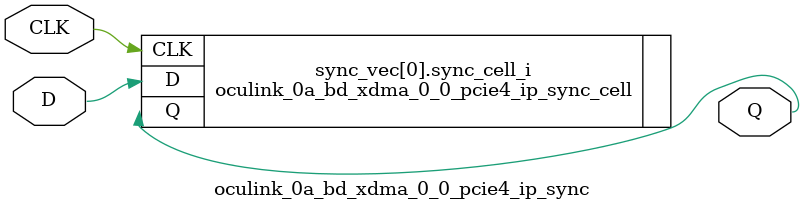
<source format=v>

`timescale 1ps / 1ps

(* DowngradeIPIdentifiedWarnings = "yes" *)
module oculink_0a_bd_xdma_0_0_pcie4_ip_sync #
(
    parameter integer WIDTH = 1, 
    parameter integer STAGE = 3
)
(
    //-------------------------------------------------------------------------- 
    //  Input Ports
    //-------------------------------------------------------------------------- 
    input                               CLK,
    input       [WIDTH-1:0]             D,
    
    //-------------------------------------------------------------------------- 
    //  Output Ports
    //-------------------------------------------------------------------------- 
    output      [WIDTH-1:0]             Q
);                                                        



//--------------------------------------------------------------------------------------------------
//  Generate Synchronizer - Begin
//--------------------------------------------------------------------------------------------------
genvar i;

generate for (i=0; i<WIDTH; i=i+1) 

    begin : sync_vec

    //----------------------------------------------------------------------
    //  Synchronizer
    //----------------------------------------------------------------------
    oculink_0a_bd_xdma_0_0_pcie4_ip_sync_cell #
    (
        .STAGE                          (STAGE)
    )    
    sync_cell_i
    (
        //------------------------------------------------------------------
        //  Input Ports
        //------------------------------------------------------------------
        .CLK                            (CLK),
        .D                              (D[i]),

        //------------------------------------------------------------------
        //  Output Ports
        //------------------------------------------------------------------
        .Q                              (Q[i])
    );
 
    end   
      
endgenerate 
//--------------------------------------------------------------------------------------------------
//  Generate - End
//--------------------------------------------------------------------------------------------------



endmodule

</source>
